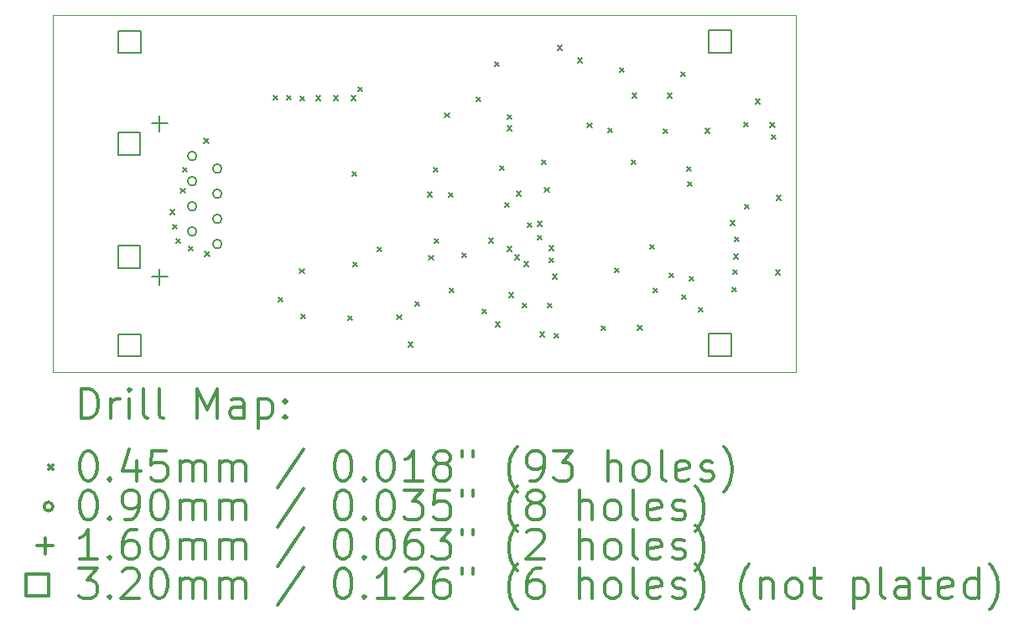
<source format=gbr>
%FSLAX45Y45*%
G04 Gerber Fmt 4.5, Leading zero omitted, Abs format (unit mm)*
G04 Created by KiCad (PCBNEW 5.1.9) date 2021-04-12 08:19:58*
%MOMM*%
%LPD*%
G01*
G04 APERTURE LIST*
%TA.AperFunction,Profile*%
%ADD10C,0.050000*%
%TD*%
%ADD11C,0.200000*%
%ADD12C,0.300000*%
G04 APERTURE END LIST*
D10*
X19572640Y-8849934D02*
X12072292Y-8849998D01*
X19572640Y-5241400D02*
X19572640Y-8849898D01*
X12072292Y-5241400D02*
X19572640Y-5241400D01*
X12072292Y-8849998D02*
X12072292Y-5241400D01*
D11*
X13255500Y-7210920D02*
X13300500Y-7255920D01*
X13300500Y-7210920D02*
X13255500Y-7255920D01*
X13278360Y-7360780D02*
X13323360Y-7405780D01*
X13323360Y-7360780D02*
X13278360Y-7405780D01*
X13313920Y-7505560D02*
X13358920Y-7550560D01*
X13358920Y-7505560D02*
X13313920Y-7550560D01*
X13359630Y-6992470D02*
X13404630Y-7037470D01*
X13404630Y-6992470D02*
X13359630Y-7037470D01*
X13379960Y-6784200D02*
X13424960Y-6829200D01*
X13424960Y-6784200D02*
X13379960Y-6829200D01*
X13440920Y-7576680D02*
X13485920Y-7621680D01*
X13485920Y-7576680D02*
X13440920Y-7621680D01*
X13595860Y-6492100D02*
X13640860Y-6537100D01*
X13640860Y-6492100D02*
X13595860Y-6537100D01*
X13603480Y-7635100D02*
X13648480Y-7680100D01*
X13648480Y-7635100D02*
X13603480Y-7680100D01*
X14296900Y-6057760D02*
X14341900Y-6102760D01*
X14341900Y-6057760D02*
X14296900Y-6102760D01*
X14347700Y-8097380D02*
X14392700Y-8142380D01*
X14392700Y-8097380D02*
X14347700Y-8142380D01*
X14428980Y-6057760D02*
X14473980Y-6102760D01*
X14473980Y-6057760D02*
X14428980Y-6102760D01*
X14561060Y-7805280D02*
X14606060Y-7850280D01*
X14606060Y-7805280D02*
X14561060Y-7850280D01*
X14566140Y-6062840D02*
X14611140Y-6107840D01*
X14611140Y-6062840D02*
X14566140Y-6107840D01*
X14571220Y-8267560D02*
X14616220Y-8312560D01*
X14616220Y-8267560D02*
X14571220Y-8312560D01*
X14728700Y-6060300D02*
X14773700Y-6105300D01*
X14773700Y-6060300D02*
X14728700Y-6105300D01*
X14901420Y-6060300D02*
X14946420Y-6105300D01*
X14946420Y-6060300D02*
X14901420Y-6105300D01*
X15046200Y-8282800D02*
X15091200Y-8327800D01*
X15091200Y-8282800D02*
X15046200Y-8327800D01*
X15084300Y-6060300D02*
X15129300Y-6105300D01*
X15129300Y-6060300D02*
X15084300Y-6105300D01*
X15091201Y-6828099D02*
X15136201Y-6873099D01*
X15136201Y-6828099D02*
X15091201Y-6873099D01*
X15097000Y-7739240D02*
X15142000Y-7784240D01*
X15142000Y-7739240D02*
X15097000Y-7784240D01*
X15147800Y-5971400D02*
X15192800Y-6016400D01*
X15192800Y-5971400D02*
X15147800Y-6016400D01*
X15345920Y-7589380D02*
X15390920Y-7634380D01*
X15390920Y-7589380D02*
X15345920Y-7634380D01*
X15542810Y-8276490D02*
X15587810Y-8321490D01*
X15587810Y-8276490D02*
X15542810Y-8321490D01*
X15655800Y-8549500D02*
X15700800Y-8594500D01*
X15700800Y-8549500D02*
X15655800Y-8594500D01*
X15724380Y-8138020D02*
X15769380Y-8183020D01*
X15769380Y-8138020D02*
X15724380Y-8183020D01*
X15853920Y-7033120D02*
X15898920Y-7078120D01*
X15898920Y-7033120D02*
X15853920Y-7078120D01*
X15864080Y-7670660D02*
X15909080Y-7715660D01*
X15909080Y-7670660D02*
X15864080Y-7715660D01*
X15913300Y-6784200D02*
X15958300Y-6829200D01*
X15958300Y-6784200D02*
X15913300Y-6829200D01*
X15917030Y-7505170D02*
X15962030Y-7550170D01*
X15962030Y-7505170D02*
X15917030Y-7550170D01*
X16026640Y-6235560D02*
X16071640Y-6280560D01*
X16071640Y-6235560D02*
X16026640Y-6280560D01*
X16062200Y-7038200D02*
X16107200Y-7083200D01*
X16107200Y-7038200D02*
X16062200Y-7083200D01*
X16074900Y-8003400D02*
X16119900Y-8048400D01*
X16119900Y-8003400D02*
X16074900Y-8048400D01*
X16201900Y-7647800D02*
X16246900Y-7692800D01*
X16246900Y-7647800D02*
X16201900Y-7692800D01*
X16341600Y-6070460D02*
X16386600Y-6115460D01*
X16386600Y-6070460D02*
X16341600Y-6115460D01*
X16400785Y-8214985D02*
X16445785Y-8259985D01*
X16445785Y-8214985D02*
X16400785Y-8259985D01*
X16468600Y-7498899D02*
X16513600Y-7543899D01*
X16513600Y-7498899D02*
X16468600Y-7543899D01*
X16532100Y-5717400D02*
X16577100Y-5762400D01*
X16577100Y-5717400D02*
X16532100Y-5762400D01*
X16535792Y-8346498D02*
X16580792Y-8391498D01*
X16580792Y-8346498D02*
X16535792Y-8391498D01*
X16580360Y-6768960D02*
X16625360Y-6813960D01*
X16625360Y-6768960D02*
X16580360Y-6813960D01*
X16633700Y-7139800D02*
X16678700Y-7184800D01*
X16678700Y-7139800D02*
X16633700Y-7184800D01*
X16659100Y-6250800D02*
X16704100Y-6295800D01*
X16704100Y-6250800D02*
X16659100Y-6295800D01*
X16659100Y-6365100D02*
X16704100Y-6410100D01*
X16704100Y-6365100D02*
X16659100Y-6410100D01*
X16659100Y-7584300D02*
X16704100Y-7629300D01*
X16704100Y-7584300D02*
X16659100Y-7629300D01*
X16675500Y-8048901D02*
X16720500Y-8093901D01*
X16720500Y-8048901D02*
X16675500Y-8093901D01*
X16732063Y-7669700D02*
X16777063Y-7714700D01*
X16777063Y-7669700D02*
X16732063Y-7714700D01*
X16748000Y-7025500D02*
X16793000Y-7070500D01*
X16793000Y-7025500D02*
X16748000Y-7070500D01*
X16811500Y-8155800D02*
X16856500Y-8200800D01*
X16856500Y-8155800D02*
X16811500Y-8200800D01*
X16824200Y-7736700D02*
X16869200Y-7781700D01*
X16869200Y-7736700D02*
X16824200Y-7781700D01*
X16862300Y-7343000D02*
X16907300Y-7388000D01*
X16907300Y-7343000D02*
X16862300Y-7388000D01*
X16958820Y-7467460D02*
X17003820Y-7512460D01*
X17003820Y-7467460D02*
X16958820Y-7512460D01*
X16963900Y-7330300D02*
X17008900Y-7375300D01*
X17008900Y-7330300D02*
X16963900Y-7375300D01*
X16989300Y-8447900D02*
X17034300Y-8492900D01*
X17034300Y-8447900D02*
X16989300Y-8492900D01*
X17002000Y-6708000D02*
X17047000Y-6753000D01*
X17047000Y-6708000D02*
X17002000Y-6753000D01*
X17033128Y-6989015D02*
X17078128Y-7034015D01*
X17078128Y-6989015D02*
X17033128Y-7034015D01*
X17065500Y-8155800D02*
X17110500Y-8200800D01*
X17110500Y-8155800D02*
X17065500Y-8200800D01*
X17078217Y-7698729D02*
X17123217Y-7743729D01*
X17123217Y-7698729D02*
X17078217Y-7743729D01*
X17080740Y-7574140D02*
X17125740Y-7619140D01*
X17125740Y-7574140D02*
X17080740Y-7619140D01*
X17116300Y-7863700D02*
X17161300Y-7908700D01*
X17161300Y-7863700D02*
X17116300Y-7908700D01*
X17129000Y-8460600D02*
X17174000Y-8505600D01*
X17174000Y-8460600D02*
X17129000Y-8505600D01*
X17167100Y-5552300D02*
X17212100Y-5597300D01*
X17212100Y-5552300D02*
X17167100Y-5597300D01*
X17370300Y-5679300D02*
X17415300Y-5724300D01*
X17415300Y-5679300D02*
X17370300Y-5724300D01*
X17464567Y-6332367D02*
X17509567Y-6377367D01*
X17509567Y-6332367D02*
X17464567Y-6377367D01*
X17606520Y-8381860D02*
X17651520Y-8426860D01*
X17651520Y-8381860D02*
X17606520Y-8426860D01*
X17670259Y-6387000D02*
X17715259Y-6432000D01*
X17715259Y-6387000D02*
X17670259Y-6432000D01*
X17738600Y-7800200D02*
X17783600Y-7845200D01*
X17783600Y-7800200D02*
X17738600Y-7845200D01*
X17791940Y-5773280D02*
X17836940Y-5818280D01*
X17836940Y-5773280D02*
X17791940Y-5818280D01*
X17911320Y-6705460D02*
X17956320Y-6750460D01*
X17956320Y-6705460D02*
X17911320Y-6750460D01*
X17916400Y-6034900D02*
X17961400Y-6079900D01*
X17961400Y-6034900D02*
X17916400Y-6079900D01*
X17972280Y-8379320D02*
X18017280Y-8424320D01*
X18017280Y-8379320D02*
X17972280Y-8424320D01*
X18096740Y-7561440D02*
X18141740Y-7606440D01*
X18141740Y-7561440D02*
X18096740Y-7606440D01*
X18132300Y-8003400D02*
X18177300Y-8048400D01*
X18177300Y-8003400D02*
X18132300Y-8048400D01*
X18231360Y-6395580D02*
X18276360Y-6440580D01*
X18276360Y-6395580D02*
X18231360Y-6440580D01*
X18272000Y-6034900D02*
X18317000Y-6079900D01*
X18317000Y-6034900D02*
X18272000Y-6079900D01*
X18292320Y-7851000D02*
X18337320Y-7896000D01*
X18337320Y-7851000D02*
X18292320Y-7896000D01*
X18409160Y-5816460D02*
X18454160Y-5861460D01*
X18454160Y-5816460D02*
X18409160Y-5861460D01*
X18417900Y-8070860D02*
X18462900Y-8115860D01*
X18462900Y-8070860D02*
X18417900Y-8115860D01*
X18467580Y-6774040D02*
X18512580Y-6819040D01*
X18512580Y-6774040D02*
X18467580Y-6819040D01*
X18475200Y-6926440D02*
X18520200Y-6971440D01*
X18520200Y-6926440D02*
X18475200Y-6971440D01*
X18495520Y-7884020D02*
X18540520Y-7929020D01*
X18540520Y-7884020D02*
X18495520Y-7929020D01*
X18589500Y-8196440D02*
X18634500Y-8241440D01*
X18634500Y-8196440D02*
X18589500Y-8241440D01*
X18653000Y-6390500D02*
X18698000Y-6435500D01*
X18698000Y-6390500D02*
X18653000Y-6435500D01*
X18910810Y-7321410D02*
X18955810Y-7366410D01*
X18955810Y-7321410D02*
X18910810Y-7366410D01*
X18928313Y-7994169D02*
X18973313Y-8039169D01*
X18973313Y-7994169D02*
X18928313Y-8039169D01*
X18934940Y-7817980D02*
X18979940Y-7862980D01*
X18979940Y-7817980D02*
X18934940Y-7862980D01*
X18945034Y-7659149D02*
X18990034Y-7704149D01*
X18990034Y-7659149D02*
X18945034Y-7704149D01*
X18951278Y-7487304D02*
X18996278Y-7532304D01*
X18996278Y-7487304D02*
X18951278Y-7532304D01*
X19046700Y-6327000D02*
X19091700Y-6372000D01*
X19091700Y-6327000D02*
X19046700Y-6372000D01*
X19053854Y-7157114D02*
X19098854Y-7202114D01*
X19098854Y-7157114D02*
X19053854Y-7202114D01*
X19161000Y-6093320D02*
X19206000Y-6138320D01*
X19206000Y-6093320D02*
X19161000Y-6138320D01*
X19310860Y-6329540D02*
X19355860Y-6374540D01*
X19355860Y-6329540D02*
X19310860Y-6374540D01*
X19326100Y-6451460D02*
X19371100Y-6496460D01*
X19371100Y-6451460D02*
X19326100Y-6496460D01*
X19364200Y-7820520D02*
X19409200Y-7865520D01*
X19409200Y-7820520D02*
X19364200Y-7865520D01*
X19376900Y-7066140D02*
X19421900Y-7111140D01*
X19421900Y-7066140D02*
X19376900Y-7111140D01*
X13520100Y-6668000D02*
G75*
G03*
X13520100Y-6668000I-45000J0D01*
G01*
X13520100Y-6922000D02*
G75*
G03*
X13520100Y-6922000I-45000J0D01*
G01*
X13520100Y-7176000D02*
G75*
G03*
X13520100Y-7176000I-45000J0D01*
G01*
X13520100Y-7430000D02*
G75*
G03*
X13520100Y-7430000I-45000J0D01*
G01*
X13774100Y-6795000D02*
G75*
G03*
X13774100Y-6795000I-45000J0D01*
G01*
X13774100Y-7049000D02*
G75*
G03*
X13774100Y-7049000I-45000J0D01*
G01*
X13774100Y-7303000D02*
G75*
G03*
X13774100Y-7303000I-45000J0D01*
G01*
X13774100Y-7557000D02*
G75*
G03*
X13774100Y-7557000I-45000J0D01*
G01*
X13145100Y-6257500D02*
X13145100Y-6417500D01*
X13065100Y-6337500D02*
X13225100Y-6337500D01*
X13145100Y-7807500D02*
X13145100Y-7967500D01*
X13065100Y-7887500D02*
X13225100Y-7887500D01*
X12953238Y-6654138D02*
X12953238Y-6427862D01*
X12726962Y-6427862D01*
X12726962Y-6654138D01*
X12953238Y-6654138D01*
X12953238Y-7797138D02*
X12953238Y-7570862D01*
X12726962Y-7570862D01*
X12726962Y-7797138D01*
X12953238Y-7797138D01*
X12955470Y-5627472D02*
X12955470Y-5401196D01*
X12729194Y-5401196D01*
X12729194Y-5627472D01*
X12955470Y-5627472D01*
X12956778Y-8692538D02*
X12956778Y-8466262D01*
X12730502Y-8466262D01*
X12730502Y-8692538D01*
X12956778Y-8692538D01*
X18914430Y-5625136D02*
X18914430Y-5398860D01*
X18688154Y-5398860D01*
X18688154Y-5625136D01*
X18914430Y-5625136D01*
X18915638Y-8690136D02*
X18915638Y-8463860D01*
X18689362Y-8463860D01*
X18689362Y-8690136D01*
X18915638Y-8690136D01*
D12*
X12356220Y-9318212D02*
X12356220Y-9018212D01*
X12427649Y-9018212D01*
X12470506Y-9032498D01*
X12499078Y-9061070D01*
X12513363Y-9089641D01*
X12527649Y-9146784D01*
X12527649Y-9189641D01*
X12513363Y-9246784D01*
X12499078Y-9275355D01*
X12470506Y-9303927D01*
X12427649Y-9318212D01*
X12356220Y-9318212D01*
X12656220Y-9318212D02*
X12656220Y-9118212D01*
X12656220Y-9175355D02*
X12670506Y-9146784D01*
X12684792Y-9132498D01*
X12713363Y-9118212D01*
X12741935Y-9118212D01*
X12841935Y-9318212D02*
X12841935Y-9118212D01*
X12841935Y-9018212D02*
X12827649Y-9032498D01*
X12841935Y-9046784D01*
X12856220Y-9032498D01*
X12841935Y-9018212D01*
X12841935Y-9046784D01*
X13027649Y-9318212D02*
X12999078Y-9303927D01*
X12984792Y-9275355D01*
X12984792Y-9018212D01*
X13184792Y-9318212D02*
X13156220Y-9303927D01*
X13141935Y-9275355D01*
X13141935Y-9018212D01*
X13527649Y-9318212D02*
X13527649Y-9018212D01*
X13627649Y-9232498D01*
X13727649Y-9018212D01*
X13727649Y-9318212D01*
X13999078Y-9318212D02*
X13999078Y-9161070D01*
X13984792Y-9132498D01*
X13956220Y-9118212D01*
X13899078Y-9118212D01*
X13870506Y-9132498D01*
X13999078Y-9303927D02*
X13970506Y-9318212D01*
X13899078Y-9318212D01*
X13870506Y-9303927D01*
X13856220Y-9275355D01*
X13856220Y-9246784D01*
X13870506Y-9218212D01*
X13899078Y-9203927D01*
X13970506Y-9203927D01*
X13999078Y-9189641D01*
X14141935Y-9118212D02*
X14141935Y-9418212D01*
X14141935Y-9132498D02*
X14170506Y-9118212D01*
X14227649Y-9118212D01*
X14256220Y-9132498D01*
X14270506Y-9146784D01*
X14284792Y-9175355D01*
X14284792Y-9261070D01*
X14270506Y-9289641D01*
X14256220Y-9303927D01*
X14227649Y-9318212D01*
X14170506Y-9318212D01*
X14141935Y-9303927D01*
X14413363Y-9289641D02*
X14427649Y-9303927D01*
X14413363Y-9318212D01*
X14399078Y-9303927D01*
X14413363Y-9289641D01*
X14413363Y-9318212D01*
X14413363Y-9132498D02*
X14427649Y-9146784D01*
X14413363Y-9161070D01*
X14399078Y-9146784D01*
X14413363Y-9132498D01*
X14413363Y-9161070D01*
X12024792Y-9789998D02*
X12069792Y-9834998D01*
X12069792Y-9789998D02*
X12024792Y-9834998D01*
X12413363Y-9648212D02*
X12441935Y-9648212D01*
X12470506Y-9662498D01*
X12484792Y-9676784D01*
X12499078Y-9705355D01*
X12513363Y-9762498D01*
X12513363Y-9833927D01*
X12499078Y-9891070D01*
X12484792Y-9919641D01*
X12470506Y-9933927D01*
X12441935Y-9948212D01*
X12413363Y-9948212D01*
X12384792Y-9933927D01*
X12370506Y-9919641D01*
X12356220Y-9891070D01*
X12341935Y-9833927D01*
X12341935Y-9762498D01*
X12356220Y-9705355D01*
X12370506Y-9676784D01*
X12384792Y-9662498D01*
X12413363Y-9648212D01*
X12641935Y-9919641D02*
X12656220Y-9933927D01*
X12641935Y-9948212D01*
X12627649Y-9933927D01*
X12641935Y-9919641D01*
X12641935Y-9948212D01*
X12913363Y-9748212D02*
X12913363Y-9948212D01*
X12841935Y-9633927D02*
X12770506Y-9848212D01*
X12956220Y-9848212D01*
X13213363Y-9648212D02*
X13070506Y-9648212D01*
X13056220Y-9791070D01*
X13070506Y-9776784D01*
X13099078Y-9762498D01*
X13170506Y-9762498D01*
X13199078Y-9776784D01*
X13213363Y-9791070D01*
X13227649Y-9819641D01*
X13227649Y-9891070D01*
X13213363Y-9919641D01*
X13199078Y-9933927D01*
X13170506Y-9948212D01*
X13099078Y-9948212D01*
X13070506Y-9933927D01*
X13056220Y-9919641D01*
X13356220Y-9948212D02*
X13356220Y-9748212D01*
X13356220Y-9776784D02*
X13370506Y-9762498D01*
X13399078Y-9748212D01*
X13441935Y-9748212D01*
X13470506Y-9762498D01*
X13484792Y-9791070D01*
X13484792Y-9948212D01*
X13484792Y-9791070D02*
X13499078Y-9762498D01*
X13527649Y-9748212D01*
X13570506Y-9748212D01*
X13599078Y-9762498D01*
X13613363Y-9791070D01*
X13613363Y-9948212D01*
X13756220Y-9948212D02*
X13756220Y-9748212D01*
X13756220Y-9776784D02*
X13770506Y-9762498D01*
X13799078Y-9748212D01*
X13841935Y-9748212D01*
X13870506Y-9762498D01*
X13884792Y-9791070D01*
X13884792Y-9948212D01*
X13884792Y-9791070D02*
X13899078Y-9762498D01*
X13927649Y-9748212D01*
X13970506Y-9748212D01*
X13999078Y-9762498D01*
X14013363Y-9791070D01*
X14013363Y-9948212D01*
X14599078Y-9633927D02*
X14341935Y-10019641D01*
X14984792Y-9648212D02*
X15013363Y-9648212D01*
X15041935Y-9662498D01*
X15056220Y-9676784D01*
X15070506Y-9705355D01*
X15084792Y-9762498D01*
X15084792Y-9833927D01*
X15070506Y-9891070D01*
X15056220Y-9919641D01*
X15041935Y-9933927D01*
X15013363Y-9948212D01*
X14984792Y-9948212D01*
X14956220Y-9933927D01*
X14941935Y-9919641D01*
X14927649Y-9891070D01*
X14913363Y-9833927D01*
X14913363Y-9762498D01*
X14927649Y-9705355D01*
X14941935Y-9676784D01*
X14956220Y-9662498D01*
X14984792Y-9648212D01*
X15213363Y-9919641D02*
X15227649Y-9933927D01*
X15213363Y-9948212D01*
X15199078Y-9933927D01*
X15213363Y-9919641D01*
X15213363Y-9948212D01*
X15413363Y-9648212D02*
X15441935Y-9648212D01*
X15470506Y-9662498D01*
X15484792Y-9676784D01*
X15499078Y-9705355D01*
X15513363Y-9762498D01*
X15513363Y-9833927D01*
X15499078Y-9891070D01*
X15484792Y-9919641D01*
X15470506Y-9933927D01*
X15441935Y-9948212D01*
X15413363Y-9948212D01*
X15384792Y-9933927D01*
X15370506Y-9919641D01*
X15356220Y-9891070D01*
X15341935Y-9833927D01*
X15341935Y-9762498D01*
X15356220Y-9705355D01*
X15370506Y-9676784D01*
X15384792Y-9662498D01*
X15413363Y-9648212D01*
X15799078Y-9948212D02*
X15627649Y-9948212D01*
X15713363Y-9948212D02*
X15713363Y-9648212D01*
X15684792Y-9691070D01*
X15656220Y-9719641D01*
X15627649Y-9733927D01*
X15970506Y-9776784D02*
X15941935Y-9762498D01*
X15927649Y-9748212D01*
X15913363Y-9719641D01*
X15913363Y-9705355D01*
X15927649Y-9676784D01*
X15941935Y-9662498D01*
X15970506Y-9648212D01*
X16027649Y-9648212D01*
X16056220Y-9662498D01*
X16070506Y-9676784D01*
X16084792Y-9705355D01*
X16084792Y-9719641D01*
X16070506Y-9748212D01*
X16056220Y-9762498D01*
X16027649Y-9776784D01*
X15970506Y-9776784D01*
X15941935Y-9791070D01*
X15927649Y-9805355D01*
X15913363Y-9833927D01*
X15913363Y-9891070D01*
X15927649Y-9919641D01*
X15941935Y-9933927D01*
X15970506Y-9948212D01*
X16027649Y-9948212D01*
X16056220Y-9933927D01*
X16070506Y-9919641D01*
X16084792Y-9891070D01*
X16084792Y-9833927D01*
X16070506Y-9805355D01*
X16056220Y-9791070D01*
X16027649Y-9776784D01*
X16199078Y-9648212D02*
X16199078Y-9705355D01*
X16313363Y-9648212D02*
X16313363Y-9705355D01*
X16756220Y-10062498D02*
X16741935Y-10048212D01*
X16713363Y-10005355D01*
X16699078Y-9976784D01*
X16684792Y-9933927D01*
X16670506Y-9862498D01*
X16670506Y-9805355D01*
X16684792Y-9733927D01*
X16699078Y-9691070D01*
X16713363Y-9662498D01*
X16741935Y-9619641D01*
X16756220Y-9605355D01*
X16884792Y-9948212D02*
X16941935Y-9948212D01*
X16970506Y-9933927D01*
X16984792Y-9919641D01*
X17013363Y-9876784D01*
X17027649Y-9819641D01*
X17027649Y-9705355D01*
X17013363Y-9676784D01*
X16999078Y-9662498D01*
X16970506Y-9648212D01*
X16913363Y-9648212D01*
X16884792Y-9662498D01*
X16870506Y-9676784D01*
X16856220Y-9705355D01*
X16856220Y-9776784D01*
X16870506Y-9805355D01*
X16884792Y-9819641D01*
X16913363Y-9833927D01*
X16970506Y-9833927D01*
X16999078Y-9819641D01*
X17013363Y-9805355D01*
X17027649Y-9776784D01*
X17127649Y-9648212D02*
X17313363Y-9648212D01*
X17213363Y-9762498D01*
X17256220Y-9762498D01*
X17284792Y-9776784D01*
X17299078Y-9791070D01*
X17313363Y-9819641D01*
X17313363Y-9891070D01*
X17299078Y-9919641D01*
X17284792Y-9933927D01*
X17256220Y-9948212D01*
X17170506Y-9948212D01*
X17141935Y-9933927D01*
X17127649Y-9919641D01*
X17670506Y-9948212D02*
X17670506Y-9648212D01*
X17799078Y-9948212D02*
X17799078Y-9791070D01*
X17784792Y-9762498D01*
X17756220Y-9748212D01*
X17713363Y-9748212D01*
X17684792Y-9762498D01*
X17670506Y-9776784D01*
X17984792Y-9948212D02*
X17956220Y-9933927D01*
X17941935Y-9919641D01*
X17927649Y-9891070D01*
X17927649Y-9805355D01*
X17941935Y-9776784D01*
X17956220Y-9762498D01*
X17984792Y-9748212D01*
X18027649Y-9748212D01*
X18056220Y-9762498D01*
X18070506Y-9776784D01*
X18084792Y-9805355D01*
X18084792Y-9891070D01*
X18070506Y-9919641D01*
X18056220Y-9933927D01*
X18027649Y-9948212D01*
X17984792Y-9948212D01*
X18256220Y-9948212D02*
X18227649Y-9933927D01*
X18213363Y-9905355D01*
X18213363Y-9648212D01*
X18484792Y-9933927D02*
X18456220Y-9948212D01*
X18399078Y-9948212D01*
X18370506Y-9933927D01*
X18356220Y-9905355D01*
X18356220Y-9791070D01*
X18370506Y-9762498D01*
X18399078Y-9748212D01*
X18456220Y-9748212D01*
X18484792Y-9762498D01*
X18499078Y-9791070D01*
X18499078Y-9819641D01*
X18356220Y-9848212D01*
X18613363Y-9933927D02*
X18641935Y-9948212D01*
X18699078Y-9948212D01*
X18727649Y-9933927D01*
X18741935Y-9905355D01*
X18741935Y-9891070D01*
X18727649Y-9862498D01*
X18699078Y-9848212D01*
X18656220Y-9848212D01*
X18627649Y-9833927D01*
X18613363Y-9805355D01*
X18613363Y-9791070D01*
X18627649Y-9762498D01*
X18656220Y-9748212D01*
X18699078Y-9748212D01*
X18727649Y-9762498D01*
X18841935Y-10062498D02*
X18856220Y-10048212D01*
X18884792Y-10005355D01*
X18899078Y-9976784D01*
X18913363Y-9933927D01*
X18927649Y-9862498D01*
X18927649Y-9805355D01*
X18913363Y-9733927D01*
X18899078Y-9691070D01*
X18884792Y-9662498D01*
X18856220Y-9619641D01*
X18841935Y-9605355D01*
X12069792Y-10208498D02*
G75*
G03*
X12069792Y-10208498I-45000J0D01*
G01*
X12413363Y-10044212D02*
X12441935Y-10044212D01*
X12470506Y-10058498D01*
X12484792Y-10072784D01*
X12499078Y-10101355D01*
X12513363Y-10158498D01*
X12513363Y-10229927D01*
X12499078Y-10287070D01*
X12484792Y-10315641D01*
X12470506Y-10329927D01*
X12441935Y-10344212D01*
X12413363Y-10344212D01*
X12384792Y-10329927D01*
X12370506Y-10315641D01*
X12356220Y-10287070D01*
X12341935Y-10229927D01*
X12341935Y-10158498D01*
X12356220Y-10101355D01*
X12370506Y-10072784D01*
X12384792Y-10058498D01*
X12413363Y-10044212D01*
X12641935Y-10315641D02*
X12656220Y-10329927D01*
X12641935Y-10344212D01*
X12627649Y-10329927D01*
X12641935Y-10315641D01*
X12641935Y-10344212D01*
X12799078Y-10344212D02*
X12856220Y-10344212D01*
X12884792Y-10329927D01*
X12899078Y-10315641D01*
X12927649Y-10272784D01*
X12941935Y-10215641D01*
X12941935Y-10101355D01*
X12927649Y-10072784D01*
X12913363Y-10058498D01*
X12884792Y-10044212D01*
X12827649Y-10044212D01*
X12799078Y-10058498D01*
X12784792Y-10072784D01*
X12770506Y-10101355D01*
X12770506Y-10172784D01*
X12784792Y-10201355D01*
X12799078Y-10215641D01*
X12827649Y-10229927D01*
X12884792Y-10229927D01*
X12913363Y-10215641D01*
X12927649Y-10201355D01*
X12941935Y-10172784D01*
X13127649Y-10044212D02*
X13156220Y-10044212D01*
X13184792Y-10058498D01*
X13199078Y-10072784D01*
X13213363Y-10101355D01*
X13227649Y-10158498D01*
X13227649Y-10229927D01*
X13213363Y-10287070D01*
X13199078Y-10315641D01*
X13184792Y-10329927D01*
X13156220Y-10344212D01*
X13127649Y-10344212D01*
X13099078Y-10329927D01*
X13084792Y-10315641D01*
X13070506Y-10287070D01*
X13056220Y-10229927D01*
X13056220Y-10158498D01*
X13070506Y-10101355D01*
X13084792Y-10072784D01*
X13099078Y-10058498D01*
X13127649Y-10044212D01*
X13356220Y-10344212D02*
X13356220Y-10144212D01*
X13356220Y-10172784D02*
X13370506Y-10158498D01*
X13399078Y-10144212D01*
X13441935Y-10144212D01*
X13470506Y-10158498D01*
X13484792Y-10187070D01*
X13484792Y-10344212D01*
X13484792Y-10187070D02*
X13499078Y-10158498D01*
X13527649Y-10144212D01*
X13570506Y-10144212D01*
X13599078Y-10158498D01*
X13613363Y-10187070D01*
X13613363Y-10344212D01*
X13756220Y-10344212D02*
X13756220Y-10144212D01*
X13756220Y-10172784D02*
X13770506Y-10158498D01*
X13799078Y-10144212D01*
X13841935Y-10144212D01*
X13870506Y-10158498D01*
X13884792Y-10187070D01*
X13884792Y-10344212D01*
X13884792Y-10187070D02*
X13899078Y-10158498D01*
X13927649Y-10144212D01*
X13970506Y-10144212D01*
X13999078Y-10158498D01*
X14013363Y-10187070D01*
X14013363Y-10344212D01*
X14599078Y-10029927D02*
X14341935Y-10415641D01*
X14984792Y-10044212D02*
X15013363Y-10044212D01*
X15041935Y-10058498D01*
X15056220Y-10072784D01*
X15070506Y-10101355D01*
X15084792Y-10158498D01*
X15084792Y-10229927D01*
X15070506Y-10287070D01*
X15056220Y-10315641D01*
X15041935Y-10329927D01*
X15013363Y-10344212D01*
X14984792Y-10344212D01*
X14956220Y-10329927D01*
X14941935Y-10315641D01*
X14927649Y-10287070D01*
X14913363Y-10229927D01*
X14913363Y-10158498D01*
X14927649Y-10101355D01*
X14941935Y-10072784D01*
X14956220Y-10058498D01*
X14984792Y-10044212D01*
X15213363Y-10315641D02*
X15227649Y-10329927D01*
X15213363Y-10344212D01*
X15199078Y-10329927D01*
X15213363Y-10315641D01*
X15213363Y-10344212D01*
X15413363Y-10044212D02*
X15441935Y-10044212D01*
X15470506Y-10058498D01*
X15484792Y-10072784D01*
X15499078Y-10101355D01*
X15513363Y-10158498D01*
X15513363Y-10229927D01*
X15499078Y-10287070D01*
X15484792Y-10315641D01*
X15470506Y-10329927D01*
X15441935Y-10344212D01*
X15413363Y-10344212D01*
X15384792Y-10329927D01*
X15370506Y-10315641D01*
X15356220Y-10287070D01*
X15341935Y-10229927D01*
X15341935Y-10158498D01*
X15356220Y-10101355D01*
X15370506Y-10072784D01*
X15384792Y-10058498D01*
X15413363Y-10044212D01*
X15613363Y-10044212D02*
X15799078Y-10044212D01*
X15699078Y-10158498D01*
X15741935Y-10158498D01*
X15770506Y-10172784D01*
X15784792Y-10187070D01*
X15799078Y-10215641D01*
X15799078Y-10287070D01*
X15784792Y-10315641D01*
X15770506Y-10329927D01*
X15741935Y-10344212D01*
X15656220Y-10344212D01*
X15627649Y-10329927D01*
X15613363Y-10315641D01*
X16070506Y-10044212D02*
X15927649Y-10044212D01*
X15913363Y-10187070D01*
X15927649Y-10172784D01*
X15956220Y-10158498D01*
X16027649Y-10158498D01*
X16056220Y-10172784D01*
X16070506Y-10187070D01*
X16084792Y-10215641D01*
X16084792Y-10287070D01*
X16070506Y-10315641D01*
X16056220Y-10329927D01*
X16027649Y-10344212D01*
X15956220Y-10344212D01*
X15927649Y-10329927D01*
X15913363Y-10315641D01*
X16199078Y-10044212D02*
X16199078Y-10101355D01*
X16313363Y-10044212D02*
X16313363Y-10101355D01*
X16756220Y-10458498D02*
X16741935Y-10444212D01*
X16713363Y-10401355D01*
X16699078Y-10372784D01*
X16684792Y-10329927D01*
X16670506Y-10258498D01*
X16670506Y-10201355D01*
X16684792Y-10129927D01*
X16699078Y-10087070D01*
X16713363Y-10058498D01*
X16741935Y-10015641D01*
X16756220Y-10001355D01*
X16913363Y-10172784D02*
X16884792Y-10158498D01*
X16870506Y-10144212D01*
X16856220Y-10115641D01*
X16856220Y-10101355D01*
X16870506Y-10072784D01*
X16884792Y-10058498D01*
X16913363Y-10044212D01*
X16970506Y-10044212D01*
X16999078Y-10058498D01*
X17013363Y-10072784D01*
X17027649Y-10101355D01*
X17027649Y-10115641D01*
X17013363Y-10144212D01*
X16999078Y-10158498D01*
X16970506Y-10172784D01*
X16913363Y-10172784D01*
X16884792Y-10187070D01*
X16870506Y-10201355D01*
X16856220Y-10229927D01*
X16856220Y-10287070D01*
X16870506Y-10315641D01*
X16884792Y-10329927D01*
X16913363Y-10344212D01*
X16970506Y-10344212D01*
X16999078Y-10329927D01*
X17013363Y-10315641D01*
X17027649Y-10287070D01*
X17027649Y-10229927D01*
X17013363Y-10201355D01*
X16999078Y-10187070D01*
X16970506Y-10172784D01*
X17384792Y-10344212D02*
X17384792Y-10044212D01*
X17513363Y-10344212D02*
X17513363Y-10187070D01*
X17499078Y-10158498D01*
X17470506Y-10144212D01*
X17427649Y-10144212D01*
X17399078Y-10158498D01*
X17384792Y-10172784D01*
X17699078Y-10344212D02*
X17670506Y-10329927D01*
X17656220Y-10315641D01*
X17641935Y-10287070D01*
X17641935Y-10201355D01*
X17656220Y-10172784D01*
X17670506Y-10158498D01*
X17699078Y-10144212D01*
X17741935Y-10144212D01*
X17770506Y-10158498D01*
X17784792Y-10172784D01*
X17799078Y-10201355D01*
X17799078Y-10287070D01*
X17784792Y-10315641D01*
X17770506Y-10329927D01*
X17741935Y-10344212D01*
X17699078Y-10344212D01*
X17970506Y-10344212D02*
X17941935Y-10329927D01*
X17927649Y-10301355D01*
X17927649Y-10044212D01*
X18199078Y-10329927D02*
X18170506Y-10344212D01*
X18113363Y-10344212D01*
X18084792Y-10329927D01*
X18070506Y-10301355D01*
X18070506Y-10187070D01*
X18084792Y-10158498D01*
X18113363Y-10144212D01*
X18170506Y-10144212D01*
X18199078Y-10158498D01*
X18213363Y-10187070D01*
X18213363Y-10215641D01*
X18070506Y-10244212D01*
X18327649Y-10329927D02*
X18356220Y-10344212D01*
X18413363Y-10344212D01*
X18441935Y-10329927D01*
X18456220Y-10301355D01*
X18456220Y-10287070D01*
X18441935Y-10258498D01*
X18413363Y-10244212D01*
X18370506Y-10244212D01*
X18341935Y-10229927D01*
X18327649Y-10201355D01*
X18327649Y-10187070D01*
X18341935Y-10158498D01*
X18370506Y-10144212D01*
X18413363Y-10144212D01*
X18441935Y-10158498D01*
X18556220Y-10458498D02*
X18570506Y-10444212D01*
X18599078Y-10401355D01*
X18613363Y-10372784D01*
X18627649Y-10329927D01*
X18641935Y-10258498D01*
X18641935Y-10201355D01*
X18627649Y-10129927D01*
X18613363Y-10087070D01*
X18599078Y-10058498D01*
X18570506Y-10015641D01*
X18556220Y-10001355D01*
X11989792Y-10524498D02*
X11989792Y-10684498D01*
X11909792Y-10604498D02*
X12069792Y-10604498D01*
X12513363Y-10740212D02*
X12341935Y-10740212D01*
X12427649Y-10740212D02*
X12427649Y-10440212D01*
X12399078Y-10483070D01*
X12370506Y-10511641D01*
X12341935Y-10525927D01*
X12641935Y-10711641D02*
X12656220Y-10725927D01*
X12641935Y-10740212D01*
X12627649Y-10725927D01*
X12641935Y-10711641D01*
X12641935Y-10740212D01*
X12913363Y-10440212D02*
X12856220Y-10440212D01*
X12827649Y-10454498D01*
X12813363Y-10468784D01*
X12784792Y-10511641D01*
X12770506Y-10568784D01*
X12770506Y-10683070D01*
X12784792Y-10711641D01*
X12799078Y-10725927D01*
X12827649Y-10740212D01*
X12884792Y-10740212D01*
X12913363Y-10725927D01*
X12927649Y-10711641D01*
X12941935Y-10683070D01*
X12941935Y-10611641D01*
X12927649Y-10583070D01*
X12913363Y-10568784D01*
X12884792Y-10554498D01*
X12827649Y-10554498D01*
X12799078Y-10568784D01*
X12784792Y-10583070D01*
X12770506Y-10611641D01*
X13127649Y-10440212D02*
X13156220Y-10440212D01*
X13184792Y-10454498D01*
X13199078Y-10468784D01*
X13213363Y-10497355D01*
X13227649Y-10554498D01*
X13227649Y-10625927D01*
X13213363Y-10683070D01*
X13199078Y-10711641D01*
X13184792Y-10725927D01*
X13156220Y-10740212D01*
X13127649Y-10740212D01*
X13099078Y-10725927D01*
X13084792Y-10711641D01*
X13070506Y-10683070D01*
X13056220Y-10625927D01*
X13056220Y-10554498D01*
X13070506Y-10497355D01*
X13084792Y-10468784D01*
X13099078Y-10454498D01*
X13127649Y-10440212D01*
X13356220Y-10740212D02*
X13356220Y-10540212D01*
X13356220Y-10568784D02*
X13370506Y-10554498D01*
X13399078Y-10540212D01*
X13441935Y-10540212D01*
X13470506Y-10554498D01*
X13484792Y-10583070D01*
X13484792Y-10740212D01*
X13484792Y-10583070D02*
X13499078Y-10554498D01*
X13527649Y-10540212D01*
X13570506Y-10540212D01*
X13599078Y-10554498D01*
X13613363Y-10583070D01*
X13613363Y-10740212D01*
X13756220Y-10740212D02*
X13756220Y-10540212D01*
X13756220Y-10568784D02*
X13770506Y-10554498D01*
X13799078Y-10540212D01*
X13841935Y-10540212D01*
X13870506Y-10554498D01*
X13884792Y-10583070D01*
X13884792Y-10740212D01*
X13884792Y-10583070D02*
X13899078Y-10554498D01*
X13927649Y-10540212D01*
X13970506Y-10540212D01*
X13999078Y-10554498D01*
X14013363Y-10583070D01*
X14013363Y-10740212D01*
X14599078Y-10425927D02*
X14341935Y-10811641D01*
X14984792Y-10440212D02*
X15013363Y-10440212D01*
X15041935Y-10454498D01*
X15056220Y-10468784D01*
X15070506Y-10497355D01*
X15084792Y-10554498D01*
X15084792Y-10625927D01*
X15070506Y-10683070D01*
X15056220Y-10711641D01*
X15041935Y-10725927D01*
X15013363Y-10740212D01*
X14984792Y-10740212D01*
X14956220Y-10725927D01*
X14941935Y-10711641D01*
X14927649Y-10683070D01*
X14913363Y-10625927D01*
X14913363Y-10554498D01*
X14927649Y-10497355D01*
X14941935Y-10468784D01*
X14956220Y-10454498D01*
X14984792Y-10440212D01*
X15213363Y-10711641D02*
X15227649Y-10725927D01*
X15213363Y-10740212D01*
X15199078Y-10725927D01*
X15213363Y-10711641D01*
X15213363Y-10740212D01*
X15413363Y-10440212D02*
X15441935Y-10440212D01*
X15470506Y-10454498D01*
X15484792Y-10468784D01*
X15499078Y-10497355D01*
X15513363Y-10554498D01*
X15513363Y-10625927D01*
X15499078Y-10683070D01*
X15484792Y-10711641D01*
X15470506Y-10725927D01*
X15441935Y-10740212D01*
X15413363Y-10740212D01*
X15384792Y-10725927D01*
X15370506Y-10711641D01*
X15356220Y-10683070D01*
X15341935Y-10625927D01*
X15341935Y-10554498D01*
X15356220Y-10497355D01*
X15370506Y-10468784D01*
X15384792Y-10454498D01*
X15413363Y-10440212D01*
X15770506Y-10440212D02*
X15713363Y-10440212D01*
X15684792Y-10454498D01*
X15670506Y-10468784D01*
X15641935Y-10511641D01*
X15627649Y-10568784D01*
X15627649Y-10683070D01*
X15641935Y-10711641D01*
X15656220Y-10725927D01*
X15684792Y-10740212D01*
X15741935Y-10740212D01*
X15770506Y-10725927D01*
X15784792Y-10711641D01*
X15799078Y-10683070D01*
X15799078Y-10611641D01*
X15784792Y-10583070D01*
X15770506Y-10568784D01*
X15741935Y-10554498D01*
X15684792Y-10554498D01*
X15656220Y-10568784D01*
X15641935Y-10583070D01*
X15627649Y-10611641D01*
X15899078Y-10440212D02*
X16084792Y-10440212D01*
X15984792Y-10554498D01*
X16027649Y-10554498D01*
X16056220Y-10568784D01*
X16070506Y-10583070D01*
X16084792Y-10611641D01*
X16084792Y-10683070D01*
X16070506Y-10711641D01*
X16056220Y-10725927D01*
X16027649Y-10740212D01*
X15941935Y-10740212D01*
X15913363Y-10725927D01*
X15899078Y-10711641D01*
X16199078Y-10440212D02*
X16199078Y-10497355D01*
X16313363Y-10440212D02*
X16313363Y-10497355D01*
X16756220Y-10854498D02*
X16741935Y-10840212D01*
X16713363Y-10797355D01*
X16699078Y-10768784D01*
X16684792Y-10725927D01*
X16670506Y-10654498D01*
X16670506Y-10597355D01*
X16684792Y-10525927D01*
X16699078Y-10483070D01*
X16713363Y-10454498D01*
X16741935Y-10411641D01*
X16756220Y-10397355D01*
X16856220Y-10468784D02*
X16870506Y-10454498D01*
X16899078Y-10440212D01*
X16970506Y-10440212D01*
X16999078Y-10454498D01*
X17013363Y-10468784D01*
X17027649Y-10497355D01*
X17027649Y-10525927D01*
X17013363Y-10568784D01*
X16841935Y-10740212D01*
X17027649Y-10740212D01*
X17384792Y-10740212D02*
X17384792Y-10440212D01*
X17513363Y-10740212D02*
X17513363Y-10583070D01*
X17499078Y-10554498D01*
X17470506Y-10540212D01*
X17427649Y-10540212D01*
X17399078Y-10554498D01*
X17384792Y-10568784D01*
X17699078Y-10740212D02*
X17670506Y-10725927D01*
X17656220Y-10711641D01*
X17641935Y-10683070D01*
X17641935Y-10597355D01*
X17656220Y-10568784D01*
X17670506Y-10554498D01*
X17699078Y-10540212D01*
X17741935Y-10540212D01*
X17770506Y-10554498D01*
X17784792Y-10568784D01*
X17799078Y-10597355D01*
X17799078Y-10683070D01*
X17784792Y-10711641D01*
X17770506Y-10725927D01*
X17741935Y-10740212D01*
X17699078Y-10740212D01*
X17970506Y-10740212D02*
X17941935Y-10725927D01*
X17927649Y-10697355D01*
X17927649Y-10440212D01*
X18199078Y-10725927D02*
X18170506Y-10740212D01*
X18113363Y-10740212D01*
X18084792Y-10725927D01*
X18070506Y-10697355D01*
X18070506Y-10583070D01*
X18084792Y-10554498D01*
X18113363Y-10540212D01*
X18170506Y-10540212D01*
X18199078Y-10554498D01*
X18213363Y-10583070D01*
X18213363Y-10611641D01*
X18070506Y-10640212D01*
X18327649Y-10725927D02*
X18356220Y-10740212D01*
X18413363Y-10740212D01*
X18441935Y-10725927D01*
X18456220Y-10697355D01*
X18456220Y-10683070D01*
X18441935Y-10654498D01*
X18413363Y-10640212D01*
X18370506Y-10640212D01*
X18341935Y-10625927D01*
X18327649Y-10597355D01*
X18327649Y-10583070D01*
X18341935Y-10554498D01*
X18370506Y-10540212D01*
X18413363Y-10540212D01*
X18441935Y-10554498D01*
X18556220Y-10854498D02*
X18570506Y-10840212D01*
X18599078Y-10797355D01*
X18613363Y-10768784D01*
X18627649Y-10725927D01*
X18641935Y-10654498D01*
X18641935Y-10597355D01*
X18627649Y-10525927D01*
X18613363Y-10483070D01*
X18599078Y-10454498D01*
X18570506Y-10411641D01*
X18556220Y-10397355D01*
X12022930Y-11113636D02*
X12022930Y-10887360D01*
X11796654Y-10887360D01*
X11796654Y-11113636D01*
X12022930Y-11113636D01*
X12327649Y-10836212D02*
X12513363Y-10836212D01*
X12413363Y-10950498D01*
X12456220Y-10950498D01*
X12484792Y-10964784D01*
X12499078Y-10979070D01*
X12513363Y-11007641D01*
X12513363Y-11079070D01*
X12499078Y-11107641D01*
X12484792Y-11121927D01*
X12456220Y-11136212D01*
X12370506Y-11136212D01*
X12341935Y-11121927D01*
X12327649Y-11107641D01*
X12641935Y-11107641D02*
X12656220Y-11121927D01*
X12641935Y-11136212D01*
X12627649Y-11121927D01*
X12641935Y-11107641D01*
X12641935Y-11136212D01*
X12770506Y-10864784D02*
X12784792Y-10850498D01*
X12813363Y-10836212D01*
X12884792Y-10836212D01*
X12913363Y-10850498D01*
X12927649Y-10864784D01*
X12941935Y-10893355D01*
X12941935Y-10921927D01*
X12927649Y-10964784D01*
X12756220Y-11136212D01*
X12941935Y-11136212D01*
X13127649Y-10836212D02*
X13156220Y-10836212D01*
X13184792Y-10850498D01*
X13199078Y-10864784D01*
X13213363Y-10893355D01*
X13227649Y-10950498D01*
X13227649Y-11021927D01*
X13213363Y-11079070D01*
X13199078Y-11107641D01*
X13184792Y-11121927D01*
X13156220Y-11136212D01*
X13127649Y-11136212D01*
X13099078Y-11121927D01*
X13084792Y-11107641D01*
X13070506Y-11079070D01*
X13056220Y-11021927D01*
X13056220Y-10950498D01*
X13070506Y-10893355D01*
X13084792Y-10864784D01*
X13099078Y-10850498D01*
X13127649Y-10836212D01*
X13356220Y-11136212D02*
X13356220Y-10936212D01*
X13356220Y-10964784D02*
X13370506Y-10950498D01*
X13399078Y-10936212D01*
X13441935Y-10936212D01*
X13470506Y-10950498D01*
X13484792Y-10979070D01*
X13484792Y-11136212D01*
X13484792Y-10979070D02*
X13499078Y-10950498D01*
X13527649Y-10936212D01*
X13570506Y-10936212D01*
X13599078Y-10950498D01*
X13613363Y-10979070D01*
X13613363Y-11136212D01*
X13756220Y-11136212D02*
X13756220Y-10936212D01*
X13756220Y-10964784D02*
X13770506Y-10950498D01*
X13799078Y-10936212D01*
X13841935Y-10936212D01*
X13870506Y-10950498D01*
X13884792Y-10979070D01*
X13884792Y-11136212D01*
X13884792Y-10979070D02*
X13899078Y-10950498D01*
X13927649Y-10936212D01*
X13970506Y-10936212D01*
X13999078Y-10950498D01*
X14013363Y-10979070D01*
X14013363Y-11136212D01*
X14599078Y-10821927D02*
X14341935Y-11207641D01*
X14984792Y-10836212D02*
X15013363Y-10836212D01*
X15041935Y-10850498D01*
X15056220Y-10864784D01*
X15070506Y-10893355D01*
X15084792Y-10950498D01*
X15084792Y-11021927D01*
X15070506Y-11079070D01*
X15056220Y-11107641D01*
X15041935Y-11121927D01*
X15013363Y-11136212D01*
X14984792Y-11136212D01*
X14956220Y-11121927D01*
X14941935Y-11107641D01*
X14927649Y-11079070D01*
X14913363Y-11021927D01*
X14913363Y-10950498D01*
X14927649Y-10893355D01*
X14941935Y-10864784D01*
X14956220Y-10850498D01*
X14984792Y-10836212D01*
X15213363Y-11107641D02*
X15227649Y-11121927D01*
X15213363Y-11136212D01*
X15199078Y-11121927D01*
X15213363Y-11107641D01*
X15213363Y-11136212D01*
X15513363Y-11136212D02*
X15341935Y-11136212D01*
X15427649Y-11136212D02*
X15427649Y-10836212D01*
X15399078Y-10879070D01*
X15370506Y-10907641D01*
X15341935Y-10921927D01*
X15627649Y-10864784D02*
X15641935Y-10850498D01*
X15670506Y-10836212D01*
X15741935Y-10836212D01*
X15770506Y-10850498D01*
X15784792Y-10864784D01*
X15799078Y-10893355D01*
X15799078Y-10921927D01*
X15784792Y-10964784D01*
X15613363Y-11136212D01*
X15799078Y-11136212D01*
X16056220Y-10836212D02*
X15999078Y-10836212D01*
X15970506Y-10850498D01*
X15956220Y-10864784D01*
X15927649Y-10907641D01*
X15913363Y-10964784D01*
X15913363Y-11079070D01*
X15927649Y-11107641D01*
X15941935Y-11121927D01*
X15970506Y-11136212D01*
X16027649Y-11136212D01*
X16056220Y-11121927D01*
X16070506Y-11107641D01*
X16084792Y-11079070D01*
X16084792Y-11007641D01*
X16070506Y-10979070D01*
X16056220Y-10964784D01*
X16027649Y-10950498D01*
X15970506Y-10950498D01*
X15941935Y-10964784D01*
X15927649Y-10979070D01*
X15913363Y-11007641D01*
X16199078Y-10836212D02*
X16199078Y-10893355D01*
X16313363Y-10836212D02*
X16313363Y-10893355D01*
X16756220Y-11250498D02*
X16741935Y-11236212D01*
X16713363Y-11193355D01*
X16699078Y-11164784D01*
X16684792Y-11121927D01*
X16670506Y-11050498D01*
X16670506Y-10993355D01*
X16684792Y-10921927D01*
X16699078Y-10879070D01*
X16713363Y-10850498D01*
X16741935Y-10807641D01*
X16756220Y-10793355D01*
X16999078Y-10836212D02*
X16941935Y-10836212D01*
X16913363Y-10850498D01*
X16899078Y-10864784D01*
X16870506Y-10907641D01*
X16856220Y-10964784D01*
X16856220Y-11079070D01*
X16870506Y-11107641D01*
X16884792Y-11121927D01*
X16913363Y-11136212D01*
X16970506Y-11136212D01*
X16999078Y-11121927D01*
X17013363Y-11107641D01*
X17027649Y-11079070D01*
X17027649Y-11007641D01*
X17013363Y-10979070D01*
X16999078Y-10964784D01*
X16970506Y-10950498D01*
X16913363Y-10950498D01*
X16884792Y-10964784D01*
X16870506Y-10979070D01*
X16856220Y-11007641D01*
X17384792Y-11136212D02*
X17384792Y-10836212D01*
X17513363Y-11136212D02*
X17513363Y-10979070D01*
X17499078Y-10950498D01*
X17470506Y-10936212D01*
X17427649Y-10936212D01*
X17399078Y-10950498D01*
X17384792Y-10964784D01*
X17699078Y-11136212D02*
X17670506Y-11121927D01*
X17656220Y-11107641D01*
X17641935Y-11079070D01*
X17641935Y-10993355D01*
X17656220Y-10964784D01*
X17670506Y-10950498D01*
X17699078Y-10936212D01*
X17741935Y-10936212D01*
X17770506Y-10950498D01*
X17784792Y-10964784D01*
X17799078Y-10993355D01*
X17799078Y-11079070D01*
X17784792Y-11107641D01*
X17770506Y-11121927D01*
X17741935Y-11136212D01*
X17699078Y-11136212D01*
X17970506Y-11136212D02*
X17941935Y-11121927D01*
X17927649Y-11093355D01*
X17927649Y-10836212D01*
X18199078Y-11121927D02*
X18170506Y-11136212D01*
X18113363Y-11136212D01*
X18084792Y-11121927D01*
X18070506Y-11093355D01*
X18070506Y-10979070D01*
X18084792Y-10950498D01*
X18113363Y-10936212D01*
X18170506Y-10936212D01*
X18199078Y-10950498D01*
X18213363Y-10979070D01*
X18213363Y-11007641D01*
X18070506Y-11036212D01*
X18327649Y-11121927D02*
X18356220Y-11136212D01*
X18413363Y-11136212D01*
X18441935Y-11121927D01*
X18456220Y-11093355D01*
X18456220Y-11079070D01*
X18441935Y-11050498D01*
X18413363Y-11036212D01*
X18370506Y-11036212D01*
X18341935Y-11021927D01*
X18327649Y-10993355D01*
X18327649Y-10979070D01*
X18341935Y-10950498D01*
X18370506Y-10936212D01*
X18413363Y-10936212D01*
X18441935Y-10950498D01*
X18556220Y-11250498D02*
X18570506Y-11236212D01*
X18599078Y-11193355D01*
X18613363Y-11164784D01*
X18627649Y-11121927D01*
X18641935Y-11050498D01*
X18641935Y-10993355D01*
X18627649Y-10921927D01*
X18613363Y-10879070D01*
X18599078Y-10850498D01*
X18570506Y-10807641D01*
X18556220Y-10793355D01*
X19099078Y-11250498D02*
X19084792Y-11236212D01*
X19056220Y-11193355D01*
X19041935Y-11164784D01*
X19027649Y-11121927D01*
X19013363Y-11050498D01*
X19013363Y-10993355D01*
X19027649Y-10921927D01*
X19041935Y-10879070D01*
X19056220Y-10850498D01*
X19084792Y-10807641D01*
X19099078Y-10793355D01*
X19213363Y-10936212D02*
X19213363Y-11136212D01*
X19213363Y-10964784D02*
X19227649Y-10950498D01*
X19256220Y-10936212D01*
X19299078Y-10936212D01*
X19327649Y-10950498D01*
X19341935Y-10979070D01*
X19341935Y-11136212D01*
X19527649Y-11136212D02*
X19499078Y-11121927D01*
X19484792Y-11107641D01*
X19470506Y-11079070D01*
X19470506Y-10993355D01*
X19484792Y-10964784D01*
X19499078Y-10950498D01*
X19527649Y-10936212D01*
X19570506Y-10936212D01*
X19599078Y-10950498D01*
X19613363Y-10964784D01*
X19627649Y-10993355D01*
X19627649Y-11079070D01*
X19613363Y-11107641D01*
X19599078Y-11121927D01*
X19570506Y-11136212D01*
X19527649Y-11136212D01*
X19713363Y-10936212D02*
X19827649Y-10936212D01*
X19756220Y-10836212D02*
X19756220Y-11093355D01*
X19770506Y-11121927D01*
X19799078Y-11136212D01*
X19827649Y-11136212D01*
X20156220Y-10936212D02*
X20156220Y-11236212D01*
X20156220Y-10950498D02*
X20184792Y-10936212D01*
X20241935Y-10936212D01*
X20270506Y-10950498D01*
X20284792Y-10964784D01*
X20299078Y-10993355D01*
X20299078Y-11079070D01*
X20284792Y-11107641D01*
X20270506Y-11121927D01*
X20241935Y-11136212D01*
X20184792Y-11136212D01*
X20156220Y-11121927D01*
X20470506Y-11136212D02*
X20441935Y-11121927D01*
X20427649Y-11093355D01*
X20427649Y-10836212D01*
X20713363Y-11136212D02*
X20713363Y-10979070D01*
X20699078Y-10950498D01*
X20670506Y-10936212D01*
X20613363Y-10936212D01*
X20584792Y-10950498D01*
X20713363Y-11121927D02*
X20684792Y-11136212D01*
X20613363Y-11136212D01*
X20584792Y-11121927D01*
X20570506Y-11093355D01*
X20570506Y-11064784D01*
X20584792Y-11036212D01*
X20613363Y-11021927D01*
X20684792Y-11021927D01*
X20713363Y-11007641D01*
X20813363Y-10936212D02*
X20927649Y-10936212D01*
X20856220Y-10836212D02*
X20856220Y-11093355D01*
X20870506Y-11121927D01*
X20899078Y-11136212D01*
X20927649Y-11136212D01*
X21141935Y-11121927D02*
X21113363Y-11136212D01*
X21056220Y-11136212D01*
X21027649Y-11121927D01*
X21013363Y-11093355D01*
X21013363Y-10979070D01*
X21027649Y-10950498D01*
X21056220Y-10936212D01*
X21113363Y-10936212D01*
X21141935Y-10950498D01*
X21156220Y-10979070D01*
X21156220Y-11007641D01*
X21013363Y-11036212D01*
X21413363Y-11136212D02*
X21413363Y-10836212D01*
X21413363Y-11121927D02*
X21384792Y-11136212D01*
X21327649Y-11136212D01*
X21299078Y-11121927D01*
X21284792Y-11107641D01*
X21270506Y-11079070D01*
X21270506Y-10993355D01*
X21284792Y-10964784D01*
X21299078Y-10950498D01*
X21327649Y-10936212D01*
X21384792Y-10936212D01*
X21413363Y-10950498D01*
X21527649Y-11250498D02*
X21541935Y-11236212D01*
X21570506Y-11193355D01*
X21584792Y-11164784D01*
X21599078Y-11121927D01*
X21613363Y-11050498D01*
X21613363Y-10993355D01*
X21599078Y-10921927D01*
X21584792Y-10879070D01*
X21570506Y-10850498D01*
X21541935Y-10807641D01*
X21527649Y-10793355D01*
M02*

</source>
